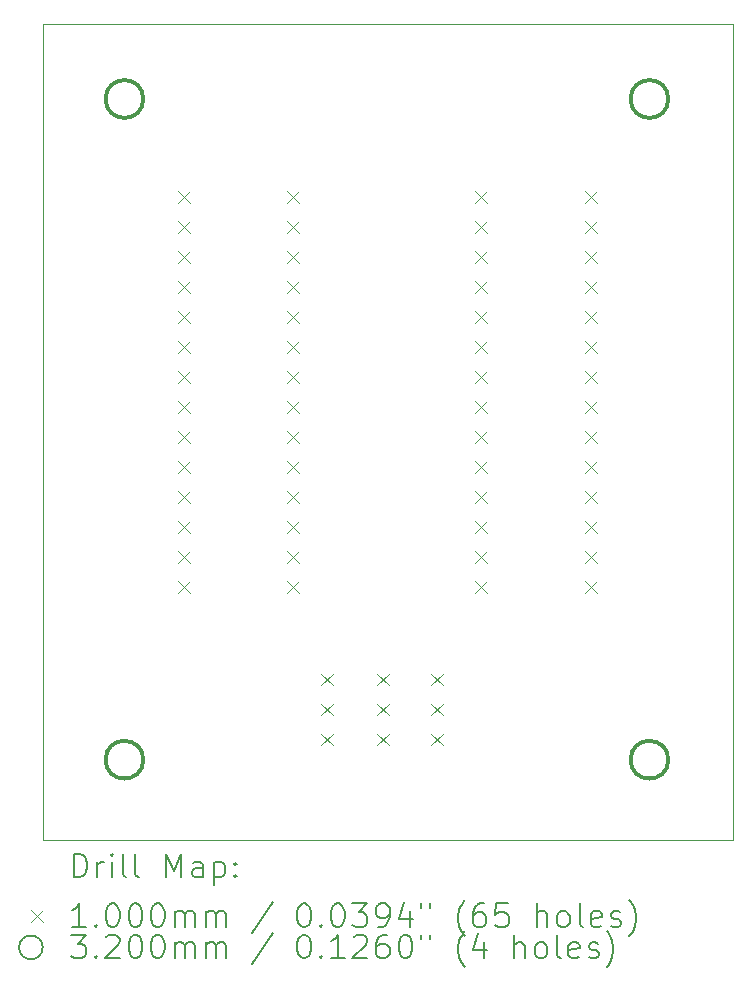
<source format=gbr>
%TF.GenerationSoftware,KiCad,Pcbnew,9.0.6*%
%TF.CreationDate,2025-12-16T16:24:00-03:00*%
%TF.ProjectId,shield teensy_v3,73686965-6c64-4207-9465-656e73795f76,rev?*%
%TF.SameCoordinates,Original*%
%TF.FileFunction,Drillmap*%
%TF.FilePolarity,Positive*%
%FSLAX45Y45*%
G04 Gerber Fmt 4.5, Leading zero omitted, Abs format (unit mm)*
G04 Created by KiCad (PCBNEW 9.0.6) date 2025-12-16 16:24:00*
%MOMM*%
%LPD*%
G01*
G04 APERTURE LIST*
%ADD10C,0.100000*%
%ADD11C,0.200000*%
%ADD12C,0.320000*%
G04 APERTURE END LIST*
D10*
X14334000Y-6237000D02*
X20173000Y-6237000D01*
X20173000Y-13145000D01*
X14334000Y-13145000D01*
X14334000Y-6237000D01*
D11*
D10*
X15474119Y-7652500D02*
X15574119Y-7752500D01*
X15574119Y-7652500D02*
X15474119Y-7752500D01*
X15474119Y-7906500D02*
X15574119Y-8006500D01*
X15574119Y-7906500D02*
X15474119Y-8006500D01*
X15474119Y-8160500D02*
X15574119Y-8260500D01*
X15574119Y-8160500D02*
X15474119Y-8260500D01*
X15474119Y-8414500D02*
X15574119Y-8514500D01*
X15574119Y-8414500D02*
X15474119Y-8514500D01*
X15474119Y-8668500D02*
X15574119Y-8768500D01*
X15574119Y-8668500D02*
X15474119Y-8768500D01*
X15474119Y-8922500D02*
X15574119Y-9022500D01*
X15574119Y-8922500D02*
X15474119Y-9022500D01*
X15474119Y-9176500D02*
X15574119Y-9276500D01*
X15574119Y-9176500D02*
X15474119Y-9276500D01*
X15474119Y-9430500D02*
X15574119Y-9530500D01*
X15574119Y-9430500D02*
X15474119Y-9530500D01*
X15474119Y-9684500D02*
X15574119Y-9784500D01*
X15574119Y-9684500D02*
X15474119Y-9784500D01*
X15474119Y-9938500D02*
X15574119Y-10038500D01*
X15574119Y-9938500D02*
X15474119Y-10038500D01*
X15474119Y-10192500D02*
X15574119Y-10292500D01*
X15574119Y-10192500D02*
X15474119Y-10292500D01*
X15474119Y-10446500D02*
X15574119Y-10546500D01*
X15574119Y-10446500D02*
X15474119Y-10546500D01*
X15474119Y-10700500D02*
X15574119Y-10800500D01*
X15574119Y-10700500D02*
X15474119Y-10800500D01*
X15474119Y-10954500D02*
X15574119Y-11054500D01*
X15574119Y-10954500D02*
X15474119Y-11054500D01*
X16395619Y-7652500D02*
X16495619Y-7752500D01*
X16495619Y-7652500D02*
X16395619Y-7752500D01*
X16395619Y-7906500D02*
X16495619Y-8006500D01*
X16495619Y-7906500D02*
X16395619Y-8006500D01*
X16395619Y-8160500D02*
X16495619Y-8260500D01*
X16495619Y-8160500D02*
X16395619Y-8260500D01*
X16395619Y-8414500D02*
X16495619Y-8514500D01*
X16495619Y-8414500D02*
X16395619Y-8514500D01*
X16395619Y-8668500D02*
X16495619Y-8768500D01*
X16495619Y-8668500D02*
X16395619Y-8768500D01*
X16395619Y-8922500D02*
X16495619Y-9022500D01*
X16495619Y-8922500D02*
X16395619Y-9022500D01*
X16395619Y-9176500D02*
X16495619Y-9276500D01*
X16495619Y-9176500D02*
X16395619Y-9276500D01*
X16395619Y-9430500D02*
X16495619Y-9530500D01*
X16495619Y-9430500D02*
X16395619Y-9530500D01*
X16395619Y-9684500D02*
X16495619Y-9784500D01*
X16495619Y-9684500D02*
X16395619Y-9784500D01*
X16395619Y-9938500D02*
X16495619Y-10038500D01*
X16495619Y-9938500D02*
X16395619Y-10038500D01*
X16395619Y-10192500D02*
X16495619Y-10292500D01*
X16495619Y-10192500D02*
X16395619Y-10292500D01*
X16395619Y-10446500D02*
X16495619Y-10546500D01*
X16495619Y-10446500D02*
X16395619Y-10546500D01*
X16395619Y-10700500D02*
X16495619Y-10800500D01*
X16495619Y-10700500D02*
X16395619Y-10800500D01*
X16395619Y-10954500D02*
X16495619Y-11054500D01*
X16495619Y-10954500D02*
X16395619Y-11054500D01*
X16689000Y-11736000D02*
X16789000Y-11836000D01*
X16789000Y-11736000D02*
X16689000Y-11836000D01*
X16689000Y-11990000D02*
X16789000Y-12090000D01*
X16789000Y-11990000D02*
X16689000Y-12090000D01*
X16689000Y-12244000D02*
X16789000Y-12344000D01*
X16789000Y-12244000D02*
X16689000Y-12344000D01*
X17158000Y-11736000D02*
X17258000Y-11836000D01*
X17258000Y-11736000D02*
X17158000Y-11836000D01*
X17158000Y-11990000D02*
X17258000Y-12090000D01*
X17258000Y-11990000D02*
X17158000Y-12090000D01*
X17158000Y-12244000D02*
X17258000Y-12344000D01*
X17258000Y-12244000D02*
X17158000Y-12344000D01*
X17618000Y-11736000D02*
X17718000Y-11836000D01*
X17718000Y-11736000D02*
X17618000Y-11836000D01*
X17618000Y-11990000D02*
X17718000Y-12090000D01*
X17718000Y-11990000D02*
X17618000Y-12090000D01*
X17618000Y-12244000D02*
X17718000Y-12344000D01*
X17718000Y-12244000D02*
X17618000Y-12344000D01*
X17987000Y-7652500D02*
X18087000Y-7752500D01*
X18087000Y-7652500D02*
X17987000Y-7752500D01*
X17987000Y-7906500D02*
X18087000Y-8006500D01*
X18087000Y-7906500D02*
X17987000Y-8006500D01*
X17987000Y-8160500D02*
X18087000Y-8260500D01*
X18087000Y-8160500D02*
X17987000Y-8260500D01*
X17987000Y-8414500D02*
X18087000Y-8514500D01*
X18087000Y-8414500D02*
X17987000Y-8514500D01*
X17987000Y-8668500D02*
X18087000Y-8768500D01*
X18087000Y-8668500D02*
X17987000Y-8768500D01*
X17987000Y-8922500D02*
X18087000Y-9022500D01*
X18087000Y-8922500D02*
X17987000Y-9022500D01*
X17987000Y-9176500D02*
X18087000Y-9276500D01*
X18087000Y-9176500D02*
X17987000Y-9276500D01*
X17987000Y-9430500D02*
X18087000Y-9530500D01*
X18087000Y-9430500D02*
X17987000Y-9530500D01*
X17987000Y-9684500D02*
X18087000Y-9784500D01*
X18087000Y-9684500D02*
X17987000Y-9784500D01*
X17987000Y-9938500D02*
X18087000Y-10038500D01*
X18087000Y-9938500D02*
X17987000Y-10038500D01*
X17987000Y-10192500D02*
X18087000Y-10292500D01*
X18087000Y-10192500D02*
X17987000Y-10292500D01*
X17987000Y-10446500D02*
X18087000Y-10546500D01*
X18087000Y-10446500D02*
X17987000Y-10546500D01*
X17987000Y-10700500D02*
X18087000Y-10800500D01*
X18087000Y-10700500D02*
X17987000Y-10800500D01*
X17987000Y-10954500D02*
X18087000Y-11054500D01*
X18087000Y-10954500D02*
X17987000Y-11054500D01*
X18922072Y-7652500D02*
X19022072Y-7752500D01*
X19022072Y-7652500D02*
X18922072Y-7752500D01*
X18922072Y-7906500D02*
X19022072Y-8006500D01*
X19022072Y-7906500D02*
X18922072Y-8006500D01*
X18922072Y-8160500D02*
X19022072Y-8260500D01*
X19022072Y-8160500D02*
X18922072Y-8260500D01*
X18922072Y-8414500D02*
X19022072Y-8514500D01*
X19022072Y-8414500D02*
X18922072Y-8514500D01*
X18922072Y-8668500D02*
X19022072Y-8768500D01*
X19022072Y-8668500D02*
X18922072Y-8768500D01*
X18922072Y-8922500D02*
X19022072Y-9022500D01*
X19022072Y-8922500D02*
X18922072Y-9022500D01*
X18922072Y-9176500D02*
X19022072Y-9276500D01*
X19022072Y-9176500D02*
X18922072Y-9276500D01*
X18922072Y-9430500D02*
X19022072Y-9530500D01*
X19022072Y-9430500D02*
X18922072Y-9530500D01*
X18922072Y-9684500D02*
X19022072Y-9784500D01*
X19022072Y-9684500D02*
X18922072Y-9784500D01*
X18922072Y-9938500D02*
X19022072Y-10038500D01*
X19022072Y-9938500D02*
X18922072Y-10038500D01*
X18922072Y-10192500D02*
X19022072Y-10292500D01*
X19022072Y-10192500D02*
X18922072Y-10292500D01*
X18922072Y-10446500D02*
X19022072Y-10546500D01*
X19022072Y-10446500D02*
X18922072Y-10546500D01*
X18922072Y-10700500D02*
X19022072Y-10800500D01*
X19022072Y-10700500D02*
X18922072Y-10800500D01*
X18922072Y-10954500D02*
X19022072Y-11054500D01*
X19022072Y-10954500D02*
X18922072Y-11054500D01*
D12*
X15181000Y-6871000D02*
G75*
G02*
X14861000Y-6871000I-160000J0D01*
G01*
X14861000Y-6871000D02*
G75*
G02*
X15181000Y-6871000I160000J0D01*
G01*
X15181000Y-12465000D02*
G75*
G02*
X14861000Y-12465000I-160000J0D01*
G01*
X14861000Y-12465000D02*
G75*
G02*
X15181000Y-12465000I160000J0D01*
G01*
X19626000Y-6871000D02*
G75*
G02*
X19306000Y-6871000I-160000J0D01*
G01*
X19306000Y-6871000D02*
G75*
G02*
X19626000Y-6871000I160000J0D01*
G01*
X19626000Y-12465000D02*
G75*
G02*
X19306000Y-12465000I-160000J0D01*
G01*
X19306000Y-12465000D02*
G75*
G02*
X19626000Y-12465000I160000J0D01*
G01*
D11*
X14589777Y-13461484D02*
X14589777Y-13261484D01*
X14589777Y-13261484D02*
X14637396Y-13261484D01*
X14637396Y-13261484D02*
X14665967Y-13271008D01*
X14665967Y-13271008D02*
X14685015Y-13290055D01*
X14685015Y-13290055D02*
X14694539Y-13309103D01*
X14694539Y-13309103D02*
X14704062Y-13347198D01*
X14704062Y-13347198D02*
X14704062Y-13375769D01*
X14704062Y-13375769D02*
X14694539Y-13413865D01*
X14694539Y-13413865D02*
X14685015Y-13432912D01*
X14685015Y-13432912D02*
X14665967Y-13451960D01*
X14665967Y-13451960D02*
X14637396Y-13461484D01*
X14637396Y-13461484D02*
X14589777Y-13461484D01*
X14789777Y-13461484D02*
X14789777Y-13328150D01*
X14789777Y-13366246D02*
X14799301Y-13347198D01*
X14799301Y-13347198D02*
X14808824Y-13337674D01*
X14808824Y-13337674D02*
X14827872Y-13328150D01*
X14827872Y-13328150D02*
X14846920Y-13328150D01*
X14913586Y-13461484D02*
X14913586Y-13328150D01*
X14913586Y-13261484D02*
X14904062Y-13271008D01*
X14904062Y-13271008D02*
X14913586Y-13280531D01*
X14913586Y-13280531D02*
X14923110Y-13271008D01*
X14923110Y-13271008D02*
X14913586Y-13261484D01*
X14913586Y-13261484D02*
X14913586Y-13280531D01*
X15037396Y-13461484D02*
X15018348Y-13451960D01*
X15018348Y-13451960D02*
X15008824Y-13432912D01*
X15008824Y-13432912D02*
X15008824Y-13261484D01*
X15142158Y-13461484D02*
X15123110Y-13451960D01*
X15123110Y-13451960D02*
X15113586Y-13432912D01*
X15113586Y-13432912D02*
X15113586Y-13261484D01*
X15370729Y-13461484D02*
X15370729Y-13261484D01*
X15370729Y-13261484D02*
X15437396Y-13404341D01*
X15437396Y-13404341D02*
X15504062Y-13261484D01*
X15504062Y-13261484D02*
X15504062Y-13461484D01*
X15685015Y-13461484D02*
X15685015Y-13356722D01*
X15685015Y-13356722D02*
X15675491Y-13337674D01*
X15675491Y-13337674D02*
X15656443Y-13328150D01*
X15656443Y-13328150D02*
X15618348Y-13328150D01*
X15618348Y-13328150D02*
X15599301Y-13337674D01*
X15685015Y-13451960D02*
X15665967Y-13461484D01*
X15665967Y-13461484D02*
X15618348Y-13461484D01*
X15618348Y-13461484D02*
X15599301Y-13451960D01*
X15599301Y-13451960D02*
X15589777Y-13432912D01*
X15589777Y-13432912D02*
X15589777Y-13413865D01*
X15589777Y-13413865D02*
X15599301Y-13394817D01*
X15599301Y-13394817D02*
X15618348Y-13385293D01*
X15618348Y-13385293D02*
X15665967Y-13385293D01*
X15665967Y-13385293D02*
X15685015Y-13375769D01*
X15780253Y-13328150D02*
X15780253Y-13528150D01*
X15780253Y-13337674D02*
X15799301Y-13328150D01*
X15799301Y-13328150D02*
X15837396Y-13328150D01*
X15837396Y-13328150D02*
X15856443Y-13337674D01*
X15856443Y-13337674D02*
X15865967Y-13347198D01*
X15865967Y-13347198D02*
X15875491Y-13366246D01*
X15875491Y-13366246D02*
X15875491Y-13423388D01*
X15875491Y-13423388D02*
X15865967Y-13442436D01*
X15865967Y-13442436D02*
X15856443Y-13451960D01*
X15856443Y-13451960D02*
X15837396Y-13461484D01*
X15837396Y-13461484D02*
X15799301Y-13461484D01*
X15799301Y-13461484D02*
X15780253Y-13451960D01*
X15961205Y-13442436D02*
X15970729Y-13451960D01*
X15970729Y-13451960D02*
X15961205Y-13461484D01*
X15961205Y-13461484D02*
X15951682Y-13451960D01*
X15951682Y-13451960D02*
X15961205Y-13442436D01*
X15961205Y-13442436D02*
X15961205Y-13461484D01*
X15961205Y-13337674D02*
X15970729Y-13347198D01*
X15970729Y-13347198D02*
X15961205Y-13356722D01*
X15961205Y-13356722D02*
X15951682Y-13347198D01*
X15951682Y-13347198D02*
X15961205Y-13337674D01*
X15961205Y-13337674D02*
X15961205Y-13356722D01*
D10*
X14229000Y-13740000D02*
X14329000Y-13840000D01*
X14329000Y-13740000D02*
X14229000Y-13840000D01*
D11*
X14694539Y-13881484D02*
X14580253Y-13881484D01*
X14637396Y-13881484D02*
X14637396Y-13681484D01*
X14637396Y-13681484D02*
X14618348Y-13710055D01*
X14618348Y-13710055D02*
X14599301Y-13729103D01*
X14599301Y-13729103D02*
X14580253Y-13738627D01*
X14780253Y-13862436D02*
X14789777Y-13871960D01*
X14789777Y-13871960D02*
X14780253Y-13881484D01*
X14780253Y-13881484D02*
X14770729Y-13871960D01*
X14770729Y-13871960D02*
X14780253Y-13862436D01*
X14780253Y-13862436D02*
X14780253Y-13881484D01*
X14913586Y-13681484D02*
X14932634Y-13681484D01*
X14932634Y-13681484D02*
X14951682Y-13691008D01*
X14951682Y-13691008D02*
X14961205Y-13700531D01*
X14961205Y-13700531D02*
X14970729Y-13719579D01*
X14970729Y-13719579D02*
X14980253Y-13757674D01*
X14980253Y-13757674D02*
X14980253Y-13805293D01*
X14980253Y-13805293D02*
X14970729Y-13843388D01*
X14970729Y-13843388D02*
X14961205Y-13862436D01*
X14961205Y-13862436D02*
X14951682Y-13871960D01*
X14951682Y-13871960D02*
X14932634Y-13881484D01*
X14932634Y-13881484D02*
X14913586Y-13881484D01*
X14913586Y-13881484D02*
X14894539Y-13871960D01*
X14894539Y-13871960D02*
X14885015Y-13862436D01*
X14885015Y-13862436D02*
X14875491Y-13843388D01*
X14875491Y-13843388D02*
X14865967Y-13805293D01*
X14865967Y-13805293D02*
X14865967Y-13757674D01*
X14865967Y-13757674D02*
X14875491Y-13719579D01*
X14875491Y-13719579D02*
X14885015Y-13700531D01*
X14885015Y-13700531D02*
X14894539Y-13691008D01*
X14894539Y-13691008D02*
X14913586Y-13681484D01*
X15104062Y-13681484D02*
X15123110Y-13681484D01*
X15123110Y-13681484D02*
X15142158Y-13691008D01*
X15142158Y-13691008D02*
X15151682Y-13700531D01*
X15151682Y-13700531D02*
X15161205Y-13719579D01*
X15161205Y-13719579D02*
X15170729Y-13757674D01*
X15170729Y-13757674D02*
X15170729Y-13805293D01*
X15170729Y-13805293D02*
X15161205Y-13843388D01*
X15161205Y-13843388D02*
X15151682Y-13862436D01*
X15151682Y-13862436D02*
X15142158Y-13871960D01*
X15142158Y-13871960D02*
X15123110Y-13881484D01*
X15123110Y-13881484D02*
X15104062Y-13881484D01*
X15104062Y-13881484D02*
X15085015Y-13871960D01*
X15085015Y-13871960D02*
X15075491Y-13862436D01*
X15075491Y-13862436D02*
X15065967Y-13843388D01*
X15065967Y-13843388D02*
X15056443Y-13805293D01*
X15056443Y-13805293D02*
X15056443Y-13757674D01*
X15056443Y-13757674D02*
X15065967Y-13719579D01*
X15065967Y-13719579D02*
X15075491Y-13700531D01*
X15075491Y-13700531D02*
X15085015Y-13691008D01*
X15085015Y-13691008D02*
X15104062Y-13681484D01*
X15294539Y-13681484D02*
X15313586Y-13681484D01*
X15313586Y-13681484D02*
X15332634Y-13691008D01*
X15332634Y-13691008D02*
X15342158Y-13700531D01*
X15342158Y-13700531D02*
X15351682Y-13719579D01*
X15351682Y-13719579D02*
X15361205Y-13757674D01*
X15361205Y-13757674D02*
X15361205Y-13805293D01*
X15361205Y-13805293D02*
X15351682Y-13843388D01*
X15351682Y-13843388D02*
X15342158Y-13862436D01*
X15342158Y-13862436D02*
X15332634Y-13871960D01*
X15332634Y-13871960D02*
X15313586Y-13881484D01*
X15313586Y-13881484D02*
X15294539Y-13881484D01*
X15294539Y-13881484D02*
X15275491Y-13871960D01*
X15275491Y-13871960D02*
X15265967Y-13862436D01*
X15265967Y-13862436D02*
X15256443Y-13843388D01*
X15256443Y-13843388D02*
X15246920Y-13805293D01*
X15246920Y-13805293D02*
X15246920Y-13757674D01*
X15246920Y-13757674D02*
X15256443Y-13719579D01*
X15256443Y-13719579D02*
X15265967Y-13700531D01*
X15265967Y-13700531D02*
X15275491Y-13691008D01*
X15275491Y-13691008D02*
X15294539Y-13681484D01*
X15446920Y-13881484D02*
X15446920Y-13748150D01*
X15446920Y-13767198D02*
X15456443Y-13757674D01*
X15456443Y-13757674D02*
X15475491Y-13748150D01*
X15475491Y-13748150D02*
X15504063Y-13748150D01*
X15504063Y-13748150D02*
X15523110Y-13757674D01*
X15523110Y-13757674D02*
X15532634Y-13776722D01*
X15532634Y-13776722D02*
X15532634Y-13881484D01*
X15532634Y-13776722D02*
X15542158Y-13757674D01*
X15542158Y-13757674D02*
X15561205Y-13748150D01*
X15561205Y-13748150D02*
X15589777Y-13748150D01*
X15589777Y-13748150D02*
X15608824Y-13757674D01*
X15608824Y-13757674D02*
X15618348Y-13776722D01*
X15618348Y-13776722D02*
X15618348Y-13881484D01*
X15713586Y-13881484D02*
X15713586Y-13748150D01*
X15713586Y-13767198D02*
X15723110Y-13757674D01*
X15723110Y-13757674D02*
X15742158Y-13748150D01*
X15742158Y-13748150D02*
X15770729Y-13748150D01*
X15770729Y-13748150D02*
X15789777Y-13757674D01*
X15789777Y-13757674D02*
X15799301Y-13776722D01*
X15799301Y-13776722D02*
X15799301Y-13881484D01*
X15799301Y-13776722D02*
X15808824Y-13757674D01*
X15808824Y-13757674D02*
X15827872Y-13748150D01*
X15827872Y-13748150D02*
X15856443Y-13748150D01*
X15856443Y-13748150D02*
X15875491Y-13757674D01*
X15875491Y-13757674D02*
X15885015Y-13776722D01*
X15885015Y-13776722D02*
X15885015Y-13881484D01*
X16275491Y-13671960D02*
X16104063Y-13929103D01*
X16532634Y-13681484D02*
X16551682Y-13681484D01*
X16551682Y-13681484D02*
X16570729Y-13691008D01*
X16570729Y-13691008D02*
X16580253Y-13700531D01*
X16580253Y-13700531D02*
X16589777Y-13719579D01*
X16589777Y-13719579D02*
X16599301Y-13757674D01*
X16599301Y-13757674D02*
X16599301Y-13805293D01*
X16599301Y-13805293D02*
X16589777Y-13843388D01*
X16589777Y-13843388D02*
X16580253Y-13862436D01*
X16580253Y-13862436D02*
X16570729Y-13871960D01*
X16570729Y-13871960D02*
X16551682Y-13881484D01*
X16551682Y-13881484D02*
X16532634Y-13881484D01*
X16532634Y-13881484D02*
X16513586Y-13871960D01*
X16513586Y-13871960D02*
X16504063Y-13862436D01*
X16504063Y-13862436D02*
X16494539Y-13843388D01*
X16494539Y-13843388D02*
X16485015Y-13805293D01*
X16485015Y-13805293D02*
X16485015Y-13757674D01*
X16485015Y-13757674D02*
X16494539Y-13719579D01*
X16494539Y-13719579D02*
X16504063Y-13700531D01*
X16504063Y-13700531D02*
X16513586Y-13691008D01*
X16513586Y-13691008D02*
X16532634Y-13681484D01*
X16685015Y-13862436D02*
X16694539Y-13871960D01*
X16694539Y-13871960D02*
X16685015Y-13881484D01*
X16685015Y-13881484D02*
X16675491Y-13871960D01*
X16675491Y-13871960D02*
X16685015Y-13862436D01*
X16685015Y-13862436D02*
X16685015Y-13881484D01*
X16818348Y-13681484D02*
X16837396Y-13681484D01*
X16837396Y-13681484D02*
X16856444Y-13691008D01*
X16856444Y-13691008D02*
X16865968Y-13700531D01*
X16865968Y-13700531D02*
X16875491Y-13719579D01*
X16875491Y-13719579D02*
X16885015Y-13757674D01*
X16885015Y-13757674D02*
X16885015Y-13805293D01*
X16885015Y-13805293D02*
X16875491Y-13843388D01*
X16875491Y-13843388D02*
X16865968Y-13862436D01*
X16865968Y-13862436D02*
X16856444Y-13871960D01*
X16856444Y-13871960D02*
X16837396Y-13881484D01*
X16837396Y-13881484D02*
X16818348Y-13881484D01*
X16818348Y-13881484D02*
X16799301Y-13871960D01*
X16799301Y-13871960D02*
X16789777Y-13862436D01*
X16789777Y-13862436D02*
X16780253Y-13843388D01*
X16780253Y-13843388D02*
X16770729Y-13805293D01*
X16770729Y-13805293D02*
X16770729Y-13757674D01*
X16770729Y-13757674D02*
X16780253Y-13719579D01*
X16780253Y-13719579D02*
X16789777Y-13700531D01*
X16789777Y-13700531D02*
X16799301Y-13691008D01*
X16799301Y-13691008D02*
X16818348Y-13681484D01*
X16951682Y-13681484D02*
X17075491Y-13681484D01*
X17075491Y-13681484D02*
X17008825Y-13757674D01*
X17008825Y-13757674D02*
X17037396Y-13757674D01*
X17037396Y-13757674D02*
X17056444Y-13767198D01*
X17056444Y-13767198D02*
X17065968Y-13776722D01*
X17065968Y-13776722D02*
X17075491Y-13795769D01*
X17075491Y-13795769D02*
X17075491Y-13843388D01*
X17075491Y-13843388D02*
X17065968Y-13862436D01*
X17065968Y-13862436D02*
X17056444Y-13871960D01*
X17056444Y-13871960D02*
X17037396Y-13881484D01*
X17037396Y-13881484D02*
X16980253Y-13881484D01*
X16980253Y-13881484D02*
X16961206Y-13871960D01*
X16961206Y-13871960D02*
X16951682Y-13862436D01*
X17170729Y-13881484D02*
X17208825Y-13881484D01*
X17208825Y-13881484D02*
X17227872Y-13871960D01*
X17227872Y-13871960D02*
X17237396Y-13862436D01*
X17237396Y-13862436D02*
X17256444Y-13833865D01*
X17256444Y-13833865D02*
X17265968Y-13795769D01*
X17265968Y-13795769D02*
X17265968Y-13719579D01*
X17265968Y-13719579D02*
X17256444Y-13700531D01*
X17256444Y-13700531D02*
X17246920Y-13691008D01*
X17246920Y-13691008D02*
X17227872Y-13681484D01*
X17227872Y-13681484D02*
X17189777Y-13681484D01*
X17189777Y-13681484D02*
X17170729Y-13691008D01*
X17170729Y-13691008D02*
X17161206Y-13700531D01*
X17161206Y-13700531D02*
X17151682Y-13719579D01*
X17151682Y-13719579D02*
X17151682Y-13767198D01*
X17151682Y-13767198D02*
X17161206Y-13786246D01*
X17161206Y-13786246D02*
X17170729Y-13795769D01*
X17170729Y-13795769D02*
X17189777Y-13805293D01*
X17189777Y-13805293D02*
X17227872Y-13805293D01*
X17227872Y-13805293D02*
X17246920Y-13795769D01*
X17246920Y-13795769D02*
X17256444Y-13786246D01*
X17256444Y-13786246D02*
X17265968Y-13767198D01*
X17437396Y-13748150D02*
X17437396Y-13881484D01*
X17389777Y-13671960D02*
X17342158Y-13814817D01*
X17342158Y-13814817D02*
X17465968Y-13814817D01*
X17532634Y-13681484D02*
X17532634Y-13719579D01*
X17608825Y-13681484D02*
X17608825Y-13719579D01*
X17904063Y-13957674D02*
X17894539Y-13948150D01*
X17894539Y-13948150D02*
X17875491Y-13919579D01*
X17875491Y-13919579D02*
X17865968Y-13900531D01*
X17865968Y-13900531D02*
X17856444Y-13871960D01*
X17856444Y-13871960D02*
X17846920Y-13824341D01*
X17846920Y-13824341D02*
X17846920Y-13786246D01*
X17846920Y-13786246D02*
X17856444Y-13738627D01*
X17856444Y-13738627D02*
X17865968Y-13710055D01*
X17865968Y-13710055D02*
X17875491Y-13691008D01*
X17875491Y-13691008D02*
X17894539Y-13662436D01*
X17894539Y-13662436D02*
X17904063Y-13652912D01*
X18065968Y-13681484D02*
X18027872Y-13681484D01*
X18027872Y-13681484D02*
X18008825Y-13691008D01*
X18008825Y-13691008D02*
X17999301Y-13700531D01*
X17999301Y-13700531D02*
X17980253Y-13729103D01*
X17980253Y-13729103D02*
X17970730Y-13767198D01*
X17970730Y-13767198D02*
X17970730Y-13843388D01*
X17970730Y-13843388D02*
X17980253Y-13862436D01*
X17980253Y-13862436D02*
X17989777Y-13871960D01*
X17989777Y-13871960D02*
X18008825Y-13881484D01*
X18008825Y-13881484D02*
X18046920Y-13881484D01*
X18046920Y-13881484D02*
X18065968Y-13871960D01*
X18065968Y-13871960D02*
X18075491Y-13862436D01*
X18075491Y-13862436D02*
X18085015Y-13843388D01*
X18085015Y-13843388D02*
X18085015Y-13795769D01*
X18085015Y-13795769D02*
X18075491Y-13776722D01*
X18075491Y-13776722D02*
X18065968Y-13767198D01*
X18065968Y-13767198D02*
X18046920Y-13757674D01*
X18046920Y-13757674D02*
X18008825Y-13757674D01*
X18008825Y-13757674D02*
X17989777Y-13767198D01*
X17989777Y-13767198D02*
X17980253Y-13776722D01*
X17980253Y-13776722D02*
X17970730Y-13795769D01*
X18265968Y-13681484D02*
X18170730Y-13681484D01*
X18170730Y-13681484D02*
X18161206Y-13776722D01*
X18161206Y-13776722D02*
X18170730Y-13767198D01*
X18170730Y-13767198D02*
X18189777Y-13757674D01*
X18189777Y-13757674D02*
X18237396Y-13757674D01*
X18237396Y-13757674D02*
X18256444Y-13767198D01*
X18256444Y-13767198D02*
X18265968Y-13776722D01*
X18265968Y-13776722D02*
X18275491Y-13795769D01*
X18275491Y-13795769D02*
X18275491Y-13843388D01*
X18275491Y-13843388D02*
X18265968Y-13862436D01*
X18265968Y-13862436D02*
X18256444Y-13871960D01*
X18256444Y-13871960D02*
X18237396Y-13881484D01*
X18237396Y-13881484D02*
X18189777Y-13881484D01*
X18189777Y-13881484D02*
X18170730Y-13871960D01*
X18170730Y-13871960D02*
X18161206Y-13862436D01*
X18513587Y-13881484D02*
X18513587Y-13681484D01*
X18599301Y-13881484D02*
X18599301Y-13776722D01*
X18599301Y-13776722D02*
X18589777Y-13757674D01*
X18589777Y-13757674D02*
X18570730Y-13748150D01*
X18570730Y-13748150D02*
X18542158Y-13748150D01*
X18542158Y-13748150D02*
X18523111Y-13757674D01*
X18523111Y-13757674D02*
X18513587Y-13767198D01*
X18723111Y-13881484D02*
X18704063Y-13871960D01*
X18704063Y-13871960D02*
X18694539Y-13862436D01*
X18694539Y-13862436D02*
X18685015Y-13843388D01*
X18685015Y-13843388D02*
X18685015Y-13786246D01*
X18685015Y-13786246D02*
X18694539Y-13767198D01*
X18694539Y-13767198D02*
X18704063Y-13757674D01*
X18704063Y-13757674D02*
X18723111Y-13748150D01*
X18723111Y-13748150D02*
X18751682Y-13748150D01*
X18751682Y-13748150D02*
X18770730Y-13757674D01*
X18770730Y-13757674D02*
X18780253Y-13767198D01*
X18780253Y-13767198D02*
X18789777Y-13786246D01*
X18789777Y-13786246D02*
X18789777Y-13843388D01*
X18789777Y-13843388D02*
X18780253Y-13862436D01*
X18780253Y-13862436D02*
X18770730Y-13871960D01*
X18770730Y-13871960D02*
X18751682Y-13881484D01*
X18751682Y-13881484D02*
X18723111Y-13881484D01*
X18904063Y-13881484D02*
X18885015Y-13871960D01*
X18885015Y-13871960D02*
X18875492Y-13852912D01*
X18875492Y-13852912D02*
X18875492Y-13681484D01*
X19056444Y-13871960D02*
X19037396Y-13881484D01*
X19037396Y-13881484D02*
X18999301Y-13881484D01*
X18999301Y-13881484D02*
X18980253Y-13871960D01*
X18980253Y-13871960D02*
X18970730Y-13852912D01*
X18970730Y-13852912D02*
X18970730Y-13776722D01*
X18970730Y-13776722D02*
X18980253Y-13757674D01*
X18980253Y-13757674D02*
X18999301Y-13748150D01*
X18999301Y-13748150D02*
X19037396Y-13748150D01*
X19037396Y-13748150D02*
X19056444Y-13757674D01*
X19056444Y-13757674D02*
X19065968Y-13776722D01*
X19065968Y-13776722D02*
X19065968Y-13795769D01*
X19065968Y-13795769D02*
X18970730Y-13814817D01*
X19142158Y-13871960D02*
X19161206Y-13881484D01*
X19161206Y-13881484D02*
X19199301Y-13881484D01*
X19199301Y-13881484D02*
X19218349Y-13871960D01*
X19218349Y-13871960D02*
X19227873Y-13852912D01*
X19227873Y-13852912D02*
X19227873Y-13843388D01*
X19227873Y-13843388D02*
X19218349Y-13824341D01*
X19218349Y-13824341D02*
X19199301Y-13814817D01*
X19199301Y-13814817D02*
X19170730Y-13814817D01*
X19170730Y-13814817D02*
X19151682Y-13805293D01*
X19151682Y-13805293D02*
X19142158Y-13786246D01*
X19142158Y-13786246D02*
X19142158Y-13776722D01*
X19142158Y-13776722D02*
X19151682Y-13757674D01*
X19151682Y-13757674D02*
X19170730Y-13748150D01*
X19170730Y-13748150D02*
X19199301Y-13748150D01*
X19199301Y-13748150D02*
X19218349Y-13757674D01*
X19294539Y-13957674D02*
X19304063Y-13948150D01*
X19304063Y-13948150D02*
X19323111Y-13919579D01*
X19323111Y-13919579D02*
X19332634Y-13900531D01*
X19332634Y-13900531D02*
X19342158Y-13871960D01*
X19342158Y-13871960D02*
X19351682Y-13824341D01*
X19351682Y-13824341D02*
X19351682Y-13786246D01*
X19351682Y-13786246D02*
X19342158Y-13738627D01*
X19342158Y-13738627D02*
X19332634Y-13710055D01*
X19332634Y-13710055D02*
X19323111Y-13691008D01*
X19323111Y-13691008D02*
X19304063Y-13662436D01*
X19304063Y-13662436D02*
X19294539Y-13652912D01*
X14329000Y-14054000D02*
G75*
G02*
X14129000Y-14054000I-100000J0D01*
G01*
X14129000Y-14054000D02*
G75*
G02*
X14329000Y-14054000I100000J0D01*
G01*
X14570729Y-13945484D02*
X14694539Y-13945484D01*
X14694539Y-13945484D02*
X14627872Y-14021674D01*
X14627872Y-14021674D02*
X14656443Y-14021674D01*
X14656443Y-14021674D02*
X14675491Y-14031198D01*
X14675491Y-14031198D02*
X14685015Y-14040722D01*
X14685015Y-14040722D02*
X14694539Y-14059769D01*
X14694539Y-14059769D02*
X14694539Y-14107388D01*
X14694539Y-14107388D02*
X14685015Y-14126436D01*
X14685015Y-14126436D02*
X14675491Y-14135960D01*
X14675491Y-14135960D02*
X14656443Y-14145484D01*
X14656443Y-14145484D02*
X14599301Y-14145484D01*
X14599301Y-14145484D02*
X14580253Y-14135960D01*
X14580253Y-14135960D02*
X14570729Y-14126436D01*
X14780253Y-14126436D02*
X14789777Y-14135960D01*
X14789777Y-14135960D02*
X14780253Y-14145484D01*
X14780253Y-14145484D02*
X14770729Y-14135960D01*
X14770729Y-14135960D02*
X14780253Y-14126436D01*
X14780253Y-14126436D02*
X14780253Y-14145484D01*
X14865967Y-13964531D02*
X14875491Y-13955008D01*
X14875491Y-13955008D02*
X14894539Y-13945484D01*
X14894539Y-13945484D02*
X14942158Y-13945484D01*
X14942158Y-13945484D02*
X14961205Y-13955008D01*
X14961205Y-13955008D02*
X14970729Y-13964531D01*
X14970729Y-13964531D02*
X14980253Y-13983579D01*
X14980253Y-13983579D02*
X14980253Y-14002627D01*
X14980253Y-14002627D02*
X14970729Y-14031198D01*
X14970729Y-14031198D02*
X14856443Y-14145484D01*
X14856443Y-14145484D02*
X14980253Y-14145484D01*
X15104062Y-13945484D02*
X15123110Y-13945484D01*
X15123110Y-13945484D02*
X15142158Y-13955008D01*
X15142158Y-13955008D02*
X15151682Y-13964531D01*
X15151682Y-13964531D02*
X15161205Y-13983579D01*
X15161205Y-13983579D02*
X15170729Y-14021674D01*
X15170729Y-14021674D02*
X15170729Y-14069293D01*
X15170729Y-14069293D02*
X15161205Y-14107388D01*
X15161205Y-14107388D02*
X15151682Y-14126436D01*
X15151682Y-14126436D02*
X15142158Y-14135960D01*
X15142158Y-14135960D02*
X15123110Y-14145484D01*
X15123110Y-14145484D02*
X15104062Y-14145484D01*
X15104062Y-14145484D02*
X15085015Y-14135960D01*
X15085015Y-14135960D02*
X15075491Y-14126436D01*
X15075491Y-14126436D02*
X15065967Y-14107388D01*
X15065967Y-14107388D02*
X15056443Y-14069293D01*
X15056443Y-14069293D02*
X15056443Y-14021674D01*
X15056443Y-14021674D02*
X15065967Y-13983579D01*
X15065967Y-13983579D02*
X15075491Y-13964531D01*
X15075491Y-13964531D02*
X15085015Y-13955008D01*
X15085015Y-13955008D02*
X15104062Y-13945484D01*
X15294539Y-13945484D02*
X15313586Y-13945484D01*
X15313586Y-13945484D02*
X15332634Y-13955008D01*
X15332634Y-13955008D02*
X15342158Y-13964531D01*
X15342158Y-13964531D02*
X15351682Y-13983579D01*
X15351682Y-13983579D02*
X15361205Y-14021674D01*
X15361205Y-14021674D02*
X15361205Y-14069293D01*
X15361205Y-14069293D02*
X15351682Y-14107388D01*
X15351682Y-14107388D02*
X15342158Y-14126436D01*
X15342158Y-14126436D02*
X15332634Y-14135960D01*
X15332634Y-14135960D02*
X15313586Y-14145484D01*
X15313586Y-14145484D02*
X15294539Y-14145484D01*
X15294539Y-14145484D02*
X15275491Y-14135960D01*
X15275491Y-14135960D02*
X15265967Y-14126436D01*
X15265967Y-14126436D02*
X15256443Y-14107388D01*
X15256443Y-14107388D02*
X15246920Y-14069293D01*
X15246920Y-14069293D02*
X15246920Y-14021674D01*
X15246920Y-14021674D02*
X15256443Y-13983579D01*
X15256443Y-13983579D02*
X15265967Y-13964531D01*
X15265967Y-13964531D02*
X15275491Y-13955008D01*
X15275491Y-13955008D02*
X15294539Y-13945484D01*
X15446920Y-14145484D02*
X15446920Y-14012150D01*
X15446920Y-14031198D02*
X15456443Y-14021674D01*
X15456443Y-14021674D02*
X15475491Y-14012150D01*
X15475491Y-14012150D02*
X15504063Y-14012150D01*
X15504063Y-14012150D02*
X15523110Y-14021674D01*
X15523110Y-14021674D02*
X15532634Y-14040722D01*
X15532634Y-14040722D02*
X15532634Y-14145484D01*
X15532634Y-14040722D02*
X15542158Y-14021674D01*
X15542158Y-14021674D02*
X15561205Y-14012150D01*
X15561205Y-14012150D02*
X15589777Y-14012150D01*
X15589777Y-14012150D02*
X15608824Y-14021674D01*
X15608824Y-14021674D02*
X15618348Y-14040722D01*
X15618348Y-14040722D02*
X15618348Y-14145484D01*
X15713586Y-14145484D02*
X15713586Y-14012150D01*
X15713586Y-14031198D02*
X15723110Y-14021674D01*
X15723110Y-14021674D02*
X15742158Y-14012150D01*
X15742158Y-14012150D02*
X15770729Y-14012150D01*
X15770729Y-14012150D02*
X15789777Y-14021674D01*
X15789777Y-14021674D02*
X15799301Y-14040722D01*
X15799301Y-14040722D02*
X15799301Y-14145484D01*
X15799301Y-14040722D02*
X15808824Y-14021674D01*
X15808824Y-14021674D02*
X15827872Y-14012150D01*
X15827872Y-14012150D02*
X15856443Y-14012150D01*
X15856443Y-14012150D02*
X15875491Y-14021674D01*
X15875491Y-14021674D02*
X15885015Y-14040722D01*
X15885015Y-14040722D02*
X15885015Y-14145484D01*
X16275491Y-13935960D02*
X16104063Y-14193103D01*
X16532634Y-13945484D02*
X16551682Y-13945484D01*
X16551682Y-13945484D02*
X16570729Y-13955008D01*
X16570729Y-13955008D02*
X16580253Y-13964531D01*
X16580253Y-13964531D02*
X16589777Y-13983579D01*
X16589777Y-13983579D02*
X16599301Y-14021674D01*
X16599301Y-14021674D02*
X16599301Y-14069293D01*
X16599301Y-14069293D02*
X16589777Y-14107388D01*
X16589777Y-14107388D02*
X16580253Y-14126436D01*
X16580253Y-14126436D02*
X16570729Y-14135960D01*
X16570729Y-14135960D02*
X16551682Y-14145484D01*
X16551682Y-14145484D02*
X16532634Y-14145484D01*
X16532634Y-14145484D02*
X16513586Y-14135960D01*
X16513586Y-14135960D02*
X16504063Y-14126436D01*
X16504063Y-14126436D02*
X16494539Y-14107388D01*
X16494539Y-14107388D02*
X16485015Y-14069293D01*
X16485015Y-14069293D02*
X16485015Y-14021674D01*
X16485015Y-14021674D02*
X16494539Y-13983579D01*
X16494539Y-13983579D02*
X16504063Y-13964531D01*
X16504063Y-13964531D02*
X16513586Y-13955008D01*
X16513586Y-13955008D02*
X16532634Y-13945484D01*
X16685015Y-14126436D02*
X16694539Y-14135960D01*
X16694539Y-14135960D02*
X16685015Y-14145484D01*
X16685015Y-14145484D02*
X16675491Y-14135960D01*
X16675491Y-14135960D02*
X16685015Y-14126436D01*
X16685015Y-14126436D02*
X16685015Y-14145484D01*
X16885015Y-14145484D02*
X16770729Y-14145484D01*
X16827872Y-14145484D02*
X16827872Y-13945484D01*
X16827872Y-13945484D02*
X16808825Y-13974055D01*
X16808825Y-13974055D02*
X16789777Y-13993103D01*
X16789777Y-13993103D02*
X16770729Y-14002627D01*
X16961206Y-13964531D02*
X16970729Y-13955008D01*
X16970729Y-13955008D02*
X16989777Y-13945484D01*
X16989777Y-13945484D02*
X17037396Y-13945484D01*
X17037396Y-13945484D02*
X17056444Y-13955008D01*
X17056444Y-13955008D02*
X17065968Y-13964531D01*
X17065968Y-13964531D02*
X17075491Y-13983579D01*
X17075491Y-13983579D02*
X17075491Y-14002627D01*
X17075491Y-14002627D02*
X17065968Y-14031198D01*
X17065968Y-14031198D02*
X16951682Y-14145484D01*
X16951682Y-14145484D02*
X17075491Y-14145484D01*
X17246920Y-13945484D02*
X17208825Y-13945484D01*
X17208825Y-13945484D02*
X17189777Y-13955008D01*
X17189777Y-13955008D02*
X17180253Y-13964531D01*
X17180253Y-13964531D02*
X17161206Y-13993103D01*
X17161206Y-13993103D02*
X17151682Y-14031198D01*
X17151682Y-14031198D02*
X17151682Y-14107388D01*
X17151682Y-14107388D02*
X17161206Y-14126436D01*
X17161206Y-14126436D02*
X17170729Y-14135960D01*
X17170729Y-14135960D02*
X17189777Y-14145484D01*
X17189777Y-14145484D02*
X17227872Y-14145484D01*
X17227872Y-14145484D02*
X17246920Y-14135960D01*
X17246920Y-14135960D02*
X17256444Y-14126436D01*
X17256444Y-14126436D02*
X17265968Y-14107388D01*
X17265968Y-14107388D02*
X17265968Y-14059769D01*
X17265968Y-14059769D02*
X17256444Y-14040722D01*
X17256444Y-14040722D02*
X17246920Y-14031198D01*
X17246920Y-14031198D02*
X17227872Y-14021674D01*
X17227872Y-14021674D02*
X17189777Y-14021674D01*
X17189777Y-14021674D02*
X17170729Y-14031198D01*
X17170729Y-14031198D02*
X17161206Y-14040722D01*
X17161206Y-14040722D02*
X17151682Y-14059769D01*
X17389777Y-13945484D02*
X17408825Y-13945484D01*
X17408825Y-13945484D02*
X17427872Y-13955008D01*
X17427872Y-13955008D02*
X17437396Y-13964531D01*
X17437396Y-13964531D02*
X17446920Y-13983579D01*
X17446920Y-13983579D02*
X17456444Y-14021674D01*
X17456444Y-14021674D02*
X17456444Y-14069293D01*
X17456444Y-14069293D02*
X17446920Y-14107388D01*
X17446920Y-14107388D02*
X17437396Y-14126436D01*
X17437396Y-14126436D02*
X17427872Y-14135960D01*
X17427872Y-14135960D02*
X17408825Y-14145484D01*
X17408825Y-14145484D02*
X17389777Y-14145484D01*
X17389777Y-14145484D02*
X17370729Y-14135960D01*
X17370729Y-14135960D02*
X17361206Y-14126436D01*
X17361206Y-14126436D02*
X17351682Y-14107388D01*
X17351682Y-14107388D02*
X17342158Y-14069293D01*
X17342158Y-14069293D02*
X17342158Y-14021674D01*
X17342158Y-14021674D02*
X17351682Y-13983579D01*
X17351682Y-13983579D02*
X17361206Y-13964531D01*
X17361206Y-13964531D02*
X17370729Y-13955008D01*
X17370729Y-13955008D02*
X17389777Y-13945484D01*
X17532634Y-13945484D02*
X17532634Y-13983579D01*
X17608825Y-13945484D02*
X17608825Y-13983579D01*
X17904063Y-14221674D02*
X17894539Y-14212150D01*
X17894539Y-14212150D02*
X17875491Y-14183579D01*
X17875491Y-14183579D02*
X17865968Y-14164531D01*
X17865968Y-14164531D02*
X17856444Y-14135960D01*
X17856444Y-14135960D02*
X17846920Y-14088341D01*
X17846920Y-14088341D02*
X17846920Y-14050246D01*
X17846920Y-14050246D02*
X17856444Y-14002627D01*
X17856444Y-14002627D02*
X17865968Y-13974055D01*
X17865968Y-13974055D02*
X17875491Y-13955008D01*
X17875491Y-13955008D02*
X17894539Y-13926436D01*
X17894539Y-13926436D02*
X17904063Y-13916912D01*
X18065968Y-14012150D02*
X18065968Y-14145484D01*
X18018349Y-13935960D02*
X17970730Y-14078817D01*
X17970730Y-14078817D02*
X18094539Y-14078817D01*
X18323111Y-14145484D02*
X18323111Y-13945484D01*
X18408825Y-14145484D02*
X18408825Y-14040722D01*
X18408825Y-14040722D02*
X18399301Y-14021674D01*
X18399301Y-14021674D02*
X18380253Y-14012150D01*
X18380253Y-14012150D02*
X18351682Y-14012150D01*
X18351682Y-14012150D02*
X18332634Y-14021674D01*
X18332634Y-14021674D02*
X18323111Y-14031198D01*
X18532634Y-14145484D02*
X18513587Y-14135960D01*
X18513587Y-14135960D02*
X18504063Y-14126436D01*
X18504063Y-14126436D02*
X18494539Y-14107388D01*
X18494539Y-14107388D02*
X18494539Y-14050246D01*
X18494539Y-14050246D02*
X18504063Y-14031198D01*
X18504063Y-14031198D02*
X18513587Y-14021674D01*
X18513587Y-14021674D02*
X18532634Y-14012150D01*
X18532634Y-14012150D02*
X18561206Y-14012150D01*
X18561206Y-14012150D02*
X18580253Y-14021674D01*
X18580253Y-14021674D02*
X18589777Y-14031198D01*
X18589777Y-14031198D02*
X18599301Y-14050246D01*
X18599301Y-14050246D02*
X18599301Y-14107388D01*
X18599301Y-14107388D02*
X18589777Y-14126436D01*
X18589777Y-14126436D02*
X18580253Y-14135960D01*
X18580253Y-14135960D02*
X18561206Y-14145484D01*
X18561206Y-14145484D02*
X18532634Y-14145484D01*
X18713587Y-14145484D02*
X18694539Y-14135960D01*
X18694539Y-14135960D02*
X18685015Y-14116912D01*
X18685015Y-14116912D02*
X18685015Y-13945484D01*
X18865968Y-14135960D02*
X18846920Y-14145484D01*
X18846920Y-14145484D02*
X18808825Y-14145484D01*
X18808825Y-14145484D02*
X18789777Y-14135960D01*
X18789777Y-14135960D02*
X18780253Y-14116912D01*
X18780253Y-14116912D02*
X18780253Y-14040722D01*
X18780253Y-14040722D02*
X18789777Y-14021674D01*
X18789777Y-14021674D02*
X18808825Y-14012150D01*
X18808825Y-14012150D02*
X18846920Y-14012150D01*
X18846920Y-14012150D02*
X18865968Y-14021674D01*
X18865968Y-14021674D02*
X18875492Y-14040722D01*
X18875492Y-14040722D02*
X18875492Y-14059769D01*
X18875492Y-14059769D02*
X18780253Y-14078817D01*
X18951682Y-14135960D02*
X18970730Y-14145484D01*
X18970730Y-14145484D02*
X19008825Y-14145484D01*
X19008825Y-14145484D02*
X19027873Y-14135960D01*
X19027873Y-14135960D02*
X19037396Y-14116912D01*
X19037396Y-14116912D02*
X19037396Y-14107388D01*
X19037396Y-14107388D02*
X19027873Y-14088341D01*
X19027873Y-14088341D02*
X19008825Y-14078817D01*
X19008825Y-14078817D02*
X18980253Y-14078817D01*
X18980253Y-14078817D02*
X18961206Y-14069293D01*
X18961206Y-14069293D02*
X18951682Y-14050246D01*
X18951682Y-14050246D02*
X18951682Y-14040722D01*
X18951682Y-14040722D02*
X18961206Y-14021674D01*
X18961206Y-14021674D02*
X18980253Y-14012150D01*
X18980253Y-14012150D02*
X19008825Y-14012150D01*
X19008825Y-14012150D02*
X19027873Y-14021674D01*
X19104063Y-14221674D02*
X19113587Y-14212150D01*
X19113587Y-14212150D02*
X19132634Y-14183579D01*
X19132634Y-14183579D02*
X19142158Y-14164531D01*
X19142158Y-14164531D02*
X19151682Y-14135960D01*
X19151682Y-14135960D02*
X19161206Y-14088341D01*
X19161206Y-14088341D02*
X19161206Y-14050246D01*
X19161206Y-14050246D02*
X19151682Y-14002627D01*
X19151682Y-14002627D02*
X19142158Y-13974055D01*
X19142158Y-13974055D02*
X19132634Y-13955008D01*
X19132634Y-13955008D02*
X19113587Y-13926436D01*
X19113587Y-13926436D02*
X19104063Y-13916912D01*
M02*

</source>
